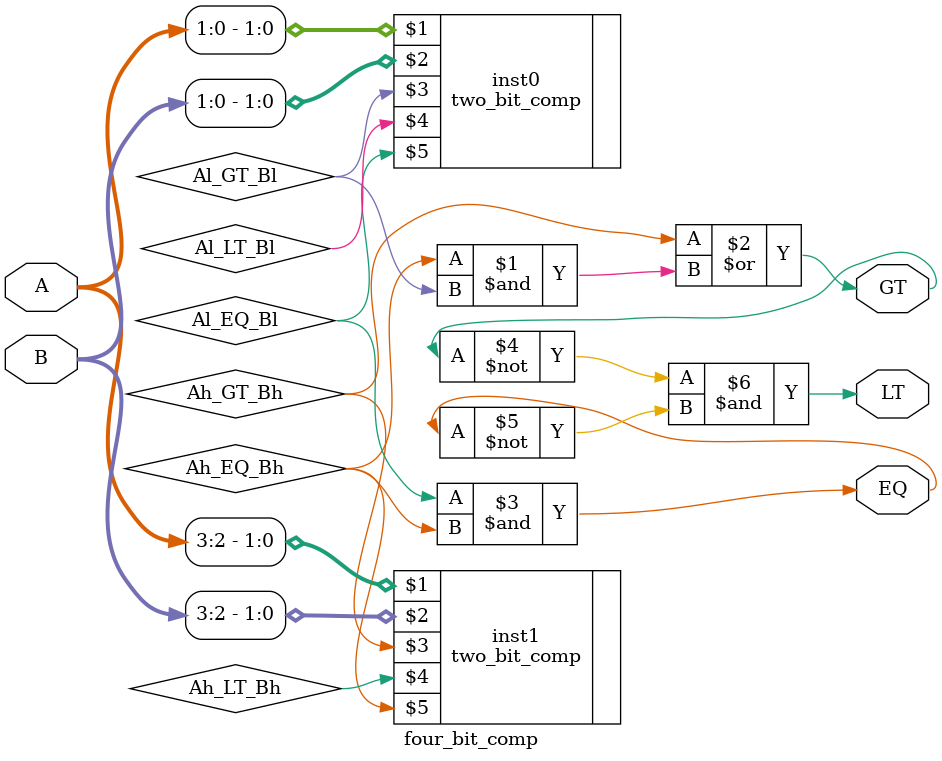
<source format=v>
module four_bit_comp(A,B,GT,LT,EQ);

input wire [3:0]A,B;
output wire GT,LT,EQ;

wire Al_GT_Bl, Ah_GT_Bh, Al_EQ_Bl, Ah_EQ_Bh,Al_LT_Bl,Ah_LT_Bh;

two_bit_comp inst0(A[1:0],B[1:0],Al_GT_Bl,Al_LT_Bl,Al_EQ_Bl);
two_bit_comp inst1(A[3:2],B[3:2],Ah_GT_Bh,Ah_LT_Bh,Ah_EQ_Bh);

assign GT = Ah_GT_Bh|Ah_EQ_Bh&Al_GT_Bl;
assign EQ = Al_EQ_Bl&Ah_EQ_Bh;
assign LT = (~GT) & (~EQ);

endmodule
</source>
